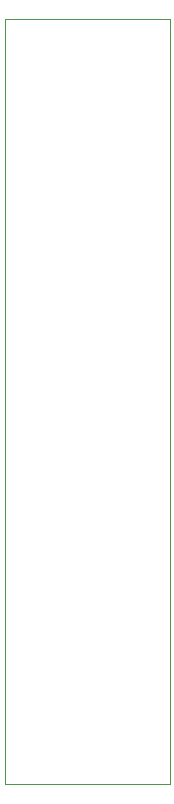
<source format=gbr>
%TF.GenerationSoftware,KiCad,Pcbnew,8.0.4*%
%TF.CreationDate,2024-08-17T03:05:55-04:00*%
%TF.ProjectId,50 pin ribbon adapter,35302070-696e-4207-9269-62626f6e2061,rev?*%
%TF.SameCoordinates,Original*%
%TF.FileFunction,Profile,NP*%
%FSLAX46Y46*%
G04 Gerber Fmt 4.6, Leading zero omitted, Abs format (unit mm)*
G04 Created by KiCad (PCBNEW 8.0.4) date 2024-08-17 03:05:55*
%MOMM*%
%LPD*%
G01*
G04 APERTURE LIST*
%TA.AperFunction,Profile*%
%ADD10C,0.100000*%
%TD*%
G04 APERTURE END LIST*
D10*
X140335000Y-36195000D02*
X154305000Y-36195000D01*
X154305000Y-100965000D01*
X140335000Y-100965000D01*
X140335000Y-36195000D01*
M02*

</source>
